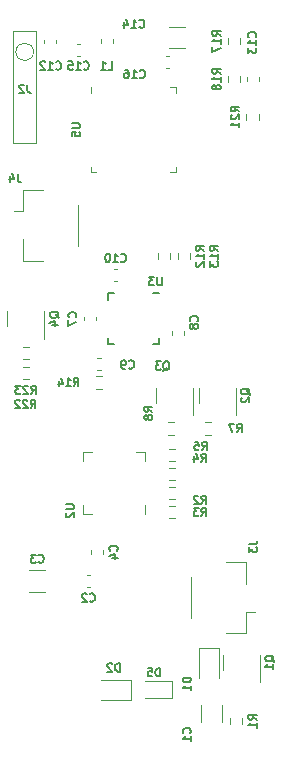
<source format=gbo>
%TF.GenerationSoftware,KiCad,Pcbnew,(6.0.5)*%
%TF.CreationDate,2022-11-21T17:11:25+07:00*%
%TF.ProjectId,Smart_P_ESP_3,536d6172-745f-4505-9f45-53505f332e6b,rev?*%
%TF.SameCoordinates,PX88da2e0PY8b54f20*%
%TF.FileFunction,Legend,Bot*%
%TF.FilePolarity,Positive*%
%FSLAX46Y46*%
G04 Gerber Fmt 4.6, Leading zero omitted, Abs format (unit mm)*
G04 Created by KiCad (PCBNEW (6.0.5)) date 2022-11-21 17:11:25*
%MOMM*%
%LPD*%
G01*
G04 APERTURE LIST*
%ADD10C,0.150000*%
%ADD11C,0.120000*%
G04 APERTURE END LIST*
D10*
%TO.C,R22*%
X2300000Y28533334D02*
X2533333Y28866667D01*
X2700000Y28533334D02*
X2700000Y29233334D01*
X2433333Y29233334D01*
X2366666Y29200000D01*
X2333333Y29166667D01*
X2300000Y29100000D01*
X2300000Y29000000D01*
X2333333Y28933334D01*
X2366666Y28900000D01*
X2433333Y28866667D01*
X2700000Y28866667D01*
X2033333Y29166667D02*
X2000000Y29200000D01*
X1933333Y29233334D01*
X1766666Y29233334D01*
X1700000Y29200000D01*
X1666666Y29166667D01*
X1633333Y29100000D01*
X1633333Y29033334D01*
X1666666Y28933334D01*
X2066666Y28533334D01*
X1633333Y28533334D01*
X1366666Y29166667D02*
X1333333Y29200000D01*
X1266666Y29233334D01*
X1100000Y29233334D01*
X1033333Y29200000D01*
X1000000Y29166667D01*
X966666Y29100000D01*
X966666Y29033334D01*
X1000000Y28933334D01*
X1400000Y28533334D01*
X966666Y28533334D01*
%TO.C,R21*%
X19966666Y53650000D02*
X19633333Y53883334D01*
X19966666Y54050000D02*
X19266666Y54050000D01*
X19266666Y53783334D01*
X19300000Y53716667D01*
X19333333Y53683334D01*
X19400000Y53650000D01*
X19500000Y53650000D01*
X19566666Y53683334D01*
X19600000Y53716667D01*
X19633333Y53783334D01*
X19633333Y54050000D01*
X19333333Y53383334D02*
X19300000Y53350000D01*
X19266666Y53283334D01*
X19266666Y53116667D01*
X19300000Y53050000D01*
X19333333Y53016667D01*
X19400000Y52983334D01*
X19466666Y52983334D01*
X19566666Y53016667D01*
X19966666Y53416667D01*
X19966666Y52983334D01*
X19966666Y52316667D02*
X19966666Y52716667D01*
X19966666Y52516667D02*
X19266666Y52516667D01*
X19366666Y52583334D01*
X19433333Y52650000D01*
X19466666Y52716667D01*
%TO.C,L1*%
X8866666Y57183334D02*
X9200000Y57183334D01*
X9200000Y57883334D01*
X8266666Y57183334D02*
X8666666Y57183334D01*
X8466666Y57183334D02*
X8466666Y57883334D01*
X8533333Y57783334D01*
X8600000Y57716667D01*
X8666666Y57683334D01*
%TO.C,C16*%
X11550000Y56550000D02*
X11583333Y56516667D01*
X11683333Y56483334D01*
X11750000Y56483334D01*
X11850000Y56516667D01*
X11916666Y56583334D01*
X11950000Y56650000D01*
X11983333Y56783334D01*
X11983333Y56883334D01*
X11950000Y57016667D01*
X11916666Y57083334D01*
X11850000Y57150000D01*
X11750000Y57183334D01*
X11683333Y57183334D01*
X11583333Y57150000D01*
X11550000Y57116667D01*
X10883333Y56483334D02*
X11283333Y56483334D01*
X11083333Y56483334D02*
X11083333Y57183334D01*
X11150000Y57083334D01*
X11216666Y57016667D01*
X11283333Y56983334D01*
X10283333Y57183334D02*
X10416666Y57183334D01*
X10483333Y57150000D01*
X10516666Y57116667D01*
X10583333Y57016667D01*
X10616666Y56883334D01*
X10616666Y56616667D01*
X10583333Y56550000D01*
X10550000Y56516667D01*
X10483333Y56483334D01*
X10350000Y56483334D01*
X10283333Y56516667D01*
X10250000Y56550000D01*
X10216666Y56616667D01*
X10216666Y56783334D01*
X10250000Y56850000D01*
X10283333Y56883334D01*
X10350000Y56916667D01*
X10483333Y56916667D01*
X10550000Y56883334D01*
X10583333Y56850000D01*
X10616666Y56783334D01*
%TO.C,R8*%
X12616666Y28216667D02*
X12283333Y28450000D01*
X12616666Y28616667D02*
X11916666Y28616667D01*
X11916666Y28350000D01*
X11950000Y28283334D01*
X11983333Y28250000D01*
X12050000Y28216667D01*
X12150000Y28216667D01*
X12216666Y28250000D01*
X12250000Y28283334D01*
X12283333Y28350000D01*
X12283333Y28616667D01*
X12216666Y27816667D02*
X12183333Y27883334D01*
X12150000Y27916667D01*
X12083333Y27950000D01*
X12050000Y27950000D01*
X11983333Y27916667D01*
X11950000Y27883334D01*
X11916666Y27816667D01*
X11916666Y27683334D01*
X11950000Y27616667D01*
X11983333Y27583334D01*
X12050000Y27550000D01*
X12083333Y27550000D01*
X12150000Y27583334D01*
X12183333Y27616667D01*
X12216666Y27683334D01*
X12216666Y27816667D01*
X12250000Y27883334D01*
X12283333Y27916667D01*
X12350000Y27950000D01*
X12483333Y27950000D01*
X12550000Y27916667D01*
X12583333Y27883334D01*
X12616666Y27816667D01*
X12616666Y27683334D01*
X12583333Y27616667D01*
X12550000Y27583334D01*
X12483333Y27550000D01*
X12350000Y27550000D01*
X12283333Y27583334D01*
X12250000Y27616667D01*
X12216666Y27683334D01*
%TO.C,R23*%
X2350000Y29733334D02*
X2583333Y30066667D01*
X2750000Y29733334D02*
X2750000Y30433334D01*
X2483333Y30433334D01*
X2416666Y30400000D01*
X2383333Y30366667D01*
X2350000Y30300000D01*
X2350000Y30200000D01*
X2383333Y30133334D01*
X2416666Y30100000D01*
X2483333Y30066667D01*
X2750000Y30066667D01*
X2083333Y30366667D02*
X2050000Y30400000D01*
X1983333Y30433334D01*
X1816666Y30433334D01*
X1750000Y30400000D01*
X1716666Y30366667D01*
X1683333Y30300000D01*
X1683333Y30233334D01*
X1716666Y30133334D01*
X2116666Y29733334D01*
X1683333Y29733334D01*
X1450000Y30433334D02*
X1016666Y30433334D01*
X1250000Y30166667D01*
X1150000Y30166667D01*
X1083333Y30133334D01*
X1050000Y30100000D01*
X1016666Y30033334D01*
X1016666Y29866667D01*
X1050000Y29800000D01*
X1083333Y29766667D01*
X1150000Y29733334D01*
X1350000Y29733334D01*
X1416666Y29766667D01*
X1450000Y29800000D01*
%TO.C,Q3*%
X13516666Y31716667D02*
X13583333Y31750000D01*
X13650000Y31816667D01*
X13750000Y31916667D01*
X13816666Y31950000D01*
X13883333Y31950000D01*
X13850000Y31783334D02*
X13916666Y31816667D01*
X13983333Y31883334D01*
X14016666Y32016667D01*
X14016666Y32250000D01*
X13983333Y32383334D01*
X13916666Y32450000D01*
X13850000Y32483334D01*
X13716666Y32483334D01*
X13650000Y32450000D01*
X13583333Y32383334D01*
X13550000Y32250000D01*
X13550000Y32016667D01*
X13583333Y31883334D01*
X13650000Y31816667D01*
X13716666Y31783334D01*
X13850000Y31783334D01*
X13316666Y32483334D02*
X12883333Y32483334D01*
X13116666Y32216667D01*
X13016666Y32216667D01*
X12950000Y32183334D01*
X12916666Y32150000D01*
X12883333Y32083334D01*
X12883333Y31916667D01*
X12916666Y31850000D01*
X12950000Y31816667D01*
X13016666Y31783334D01*
X13216666Y31783334D01*
X13283333Y31816667D01*
X13316666Y31850000D01*
%TO.C,C8*%
X16400000Y35916667D02*
X16433333Y35950000D01*
X16466666Y36050000D01*
X16466666Y36116667D01*
X16433333Y36216667D01*
X16366666Y36283334D01*
X16300000Y36316667D01*
X16166666Y36350000D01*
X16066666Y36350000D01*
X15933333Y36316667D01*
X15866666Y36283334D01*
X15800000Y36216667D01*
X15766666Y36116667D01*
X15766666Y36050000D01*
X15800000Y35950000D01*
X15833333Y35916667D01*
X16066666Y35516667D02*
X16033333Y35583334D01*
X16000000Y35616667D01*
X15933333Y35650000D01*
X15900000Y35650000D01*
X15833333Y35616667D01*
X15800000Y35583334D01*
X15766666Y35516667D01*
X15766666Y35383334D01*
X15800000Y35316667D01*
X15833333Y35283334D01*
X15900000Y35250000D01*
X15933333Y35250000D01*
X16000000Y35283334D01*
X16033333Y35316667D01*
X16066666Y35383334D01*
X16066666Y35516667D01*
X16100000Y35583334D01*
X16133333Y35616667D01*
X16200000Y35650000D01*
X16333333Y35650000D01*
X16400000Y35616667D01*
X16433333Y35583334D01*
X16466666Y35516667D01*
X16466666Y35383334D01*
X16433333Y35316667D01*
X16400000Y35283334D01*
X16333333Y35250000D01*
X16200000Y35250000D01*
X16133333Y35283334D01*
X16100000Y35316667D01*
X16066666Y35383334D01*
%TO.C,R7*%
X19766666Y26483334D02*
X20000000Y26816667D01*
X20166666Y26483334D02*
X20166666Y27183334D01*
X19900000Y27183334D01*
X19833333Y27150000D01*
X19800000Y27116667D01*
X19766666Y27050000D01*
X19766666Y26950000D01*
X19800000Y26883334D01*
X19833333Y26850000D01*
X19900000Y26816667D01*
X20166666Y26816667D01*
X19533333Y27183334D02*
X19066666Y27183334D01*
X19366666Y26483334D01*
%TO.C,C14*%
X11500000Y60800000D02*
X11533333Y60766667D01*
X11633333Y60733334D01*
X11700000Y60733334D01*
X11800000Y60766667D01*
X11866666Y60833334D01*
X11900000Y60900000D01*
X11933333Y61033334D01*
X11933333Y61133334D01*
X11900000Y61266667D01*
X11866666Y61333334D01*
X11800000Y61400000D01*
X11700000Y61433334D01*
X11633333Y61433334D01*
X11533333Y61400000D01*
X11500000Y61366667D01*
X10833333Y60733334D02*
X11233333Y60733334D01*
X11033333Y60733334D02*
X11033333Y61433334D01*
X11100000Y61333334D01*
X11166666Y61266667D01*
X11233333Y61233334D01*
X10233333Y61200000D02*
X10233333Y60733334D01*
X10400000Y61466667D02*
X10566666Y60966667D01*
X10133333Y60966667D01*
%TO.C,U2*%
X5266666Y20383334D02*
X5833333Y20383334D01*
X5900000Y20350000D01*
X5933333Y20316667D01*
X5966666Y20250000D01*
X5966666Y20116667D01*
X5933333Y20050000D01*
X5900000Y20016667D01*
X5833333Y19983334D01*
X5266666Y19983334D01*
X5333333Y19683334D02*
X5300000Y19650000D01*
X5266666Y19583334D01*
X5266666Y19416667D01*
X5300000Y19350000D01*
X5333333Y19316667D01*
X5400000Y19283334D01*
X5466666Y19283334D01*
X5566666Y19316667D01*
X5966666Y19716667D01*
X5966666Y19283334D01*
%TO.C,J2*%
X2033333Y55933334D02*
X2033333Y55433334D01*
X2066666Y55333334D01*
X2133333Y55266667D01*
X2233333Y55233334D01*
X2300000Y55233334D01*
X1733333Y55866667D02*
X1700000Y55900000D01*
X1633333Y55933334D01*
X1466666Y55933334D01*
X1400000Y55900000D01*
X1366666Y55866667D01*
X1333333Y55800000D01*
X1333333Y55733334D01*
X1366666Y55633334D01*
X1766666Y55233334D01*
X1333333Y55233334D01*
%TO.C,J4*%
X1233333Y48383334D02*
X1233333Y47883334D01*
X1266666Y47783334D01*
X1333333Y47716667D01*
X1433333Y47683334D01*
X1500000Y47683334D01*
X600000Y48150000D02*
X600000Y47683334D01*
X766666Y48416667D02*
X933333Y47916667D01*
X500000Y47916667D01*
%TO.C,C13*%
X21350000Y59950000D02*
X21383333Y59983334D01*
X21416666Y60083334D01*
X21416666Y60150000D01*
X21383333Y60250000D01*
X21316666Y60316667D01*
X21250000Y60350000D01*
X21116666Y60383334D01*
X21016666Y60383334D01*
X20883333Y60350000D01*
X20816666Y60316667D01*
X20750000Y60250000D01*
X20716666Y60150000D01*
X20716666Y60083334D01*
X20750000Y59983334D01*
X20783333Y59950000D01*
X21416666Y59283334D02*
X21416666Y59683334D01*
X21416666Y59483334D02*
X20716666Y59483334D01*
X20816666Y59550000D01*
X20883333Y59616667D01*
X20916666Y59683334D01*
X20716666Y59050000D02*
X20716666Y58616667D01*
X20983333Y58850000D01*
X20983333Y58750000D01*
X21016666Y58683334D01*
X21050000Y58650000D01*
X21116666Y58616667D01*
X21283333Y58616667D01*
X21350000Y58650000D01*
X21383333Y58683334D01*
X21416666Y58750000D01*
X21416666Y58950000D01*
X21383333Y59016667D01*
X21350000Y59050000D01*
%TO.C,C12*%
X4450000Y57250000D02*
X4483333Y57216667D01*
X4583333Y57183334D01*
X4650000Y57183334D01*
X4750000Y57216667D01*
X4816666Y57283334D01*
X4850000Y57350000D01*
X4883333Y57483334D01*
X4883333Y57583334D01*
X4850000Y57716667D01*
X4816666Y57783334D01*
X4750000Y57850000D01*
X4650000Y57883334D01*
X4583333Y57883334D01*
X4483333Y57850000D01*
X4450000Y57816667D01*
X3783333Y57183334D02*
X4183333Y57183334D01*
X3983333Y57183334D02*
X3983333Y57883334D01*
X4050000Y57783334D01*
X4116666Y57716667D01*
X4183333Y57683334D01*
X3516666Y57816667D02*
X3483333Y57850000D01*
X3416666Y57883334D01*
X3250000Y57883334D01*
X3183333Y57850000D01*
X3150000Y57816667D01*
X3116666Y57750000D01*
X3116666Y57683334D01*
X3150000Y57583334D01*
X3550000Y57183334D01*
X3116666Y57183334D01*
%TO.C,R18*%
X18386666Y56850000D02*
X18053333Y57083334D01*
X18386666Y57250000D02*
X17686666Y57250000D01*
X17686666Y56983334D01*
X17720000Y56916667D01*
X17753333Y56883334D01*
X17820000Y56850000D01*
X17920000Y56850000D01*
X17986666Y56883334D01*
X18020000Y56916667D01*
X18053333Y56983334D01*
X18053333Y57250000D01*
X18386666Y56183334D02*
X18386666Y56583334D01*
X18386666Y56383334D02*
X17686666Y56383334D01*
X17786666Y56450000D01*
X17853333Y56516667D01*
X17886666Y56583334D01*
X17986666Y55783334D02*
X17953333Y55850000D01*
X17920000Y55883334D01*
X17853333Y55916667D01*
X17820000Y55916667D01*
X17753333Y55883334D01*
X17720000Y55850000D01*
X17686666Y55783334D01*
X17686666Y55650000D01*
X17720000Y55583334D01*
X17753333Y55550000D01*
X17820000Y55516667D01*
X17853333Y55516667D01*
X17920000Y55550000D01*
X17953333Y55583334D01*
X17986666Y55650000D01*
X17986666Y55783334D01*
X18020000Y55850000D01*
X18053333Y55883334D01*
X18120000Y55916667D01*
X18253333Y55916667D01*
X18320000Y55883334D01*
X18353333Y55850000D01*
X18386666Y55783334D01*
X18386666Y55650000D01*
X18353333Y55583334D01*
X18320000Y55550000D01*
X18253333Y55516667D01*
X18120000Y55516667D01*
X18053333Y55550000D01*
X18020000Y55583334D01*
X17986666Y55650000D01*
%TO.C,C10*%
X9950000Y40980000D02*
X9983333Y40946667D01*
X10083333Y40913334D01*
X10150000Y40913334D01*
X10250000Y40946667D01*
X10316666Y41013334D01*
X10350000Y41080000D01*
X10383333Y41213334D01*
X10383333Y41313334D01*
X10350000Y41446667D01*
X10316666Y41513334D01*
X10250000Y41580000D01*
X10150000Y41613334D01*
X10083333Y41613334D01*
X9983333Y41580000D01*
X9950000Y41546667D01*
X9283333Y40913334D02*
X9683333Y40913334D01*
X9483333Y40913334D02*
X9483333Y41613334D01*
X9550000Y41513334D01*
X9616666Y41446667D01*
X9683333Y41413334D01*
X8850000Y41613334D02*
X8783333Y41613334D01*
X8716666Y41580000D01*
X8683333Y41546667D01*
X8650000Y41480000D01*
X8616666Y41346667D01*
X8616666Y41180000D01*
X8650000Y41046667D01*
X8683333Y40980000D01*
X8716666Y40946667D01*
X8783333Y40913334D01*
X8850000Y40913334D01*
X8916666Y40946667D01*
X8950000Y40980000D01*
X8983333Y41046667D01*
X9016666Y41180000D01*
X9016666Y41346667D01*
X8983333Y41480000D01*
X8950000Y41546667D01*
X8916666Y41580000D01*
X8850000Y41613334D01*
%TO.C,C2*%
X7316666Y12220000D02*
X7350000Y12186667D01*
X7450000Y12153334D01*
X7516666Y12153334D01*
X7616666Y12186667D01*
X7683333Y12253334D01*
X7716666Y12320000D01*
X7750000Y12453334D01*
X7750000Y12553334D01*
X7716666Y12686667D01*
X7683333Y12753334D01*
X7616666Y12820000D01*
X7516666Y12853334D01*
X7450000Y12853334D01*
X7350000Y12820000D01*
X7316666Y12786667D01*
X7050000Y12786667D02*
X7016666Y12820000D01*
X6950000Y12853334D01*
X6783333Y12853334D01*
X6716666Y12820000D01*
X6683333Y12786667D01*
X6650000Y12720000D01*
X6650000Y12653334D01*
X6683333Y12553334D01*
X7083333Y12153334D01*
X6650000Y12153334D01*
%TO.C,Q4*%
X4683333Y36166667D02*
X4650000Y36233334D01*
X4583333Y36300000D01*
X4483333Y36400000D01*
X4450000Y36466667D01*
X4450000Y36533334D01*
X4616666Y36500000D02*
X4583333Y36566667D01*
X4516666Y36633334D01*
X4383333Y36666667D01*
X4150000Y36666667D01*
X4016666Y36633334D01*
X3950000Y36566667D01*
X3916666Y36500000D01*
X3916666Y36366667D01*
X3950000Y36300000D01*
X4016666Y36233334D01*
X4150000Y36200000D01*
X4383333Y36200000D01*
X4516666Y36233334D01*
X4583333Y36300000D01*
X4616666Y36366667D01*
X4616666Y36500000D01*
X4150000Y35600000D02*
X4616666Y35600000D01*
X3883333Y35766667D02*
X4383333Y35933334D01*
X4383333Y35500000D01*
%TO.C,C9*%
X10616666Y31950000D02*
X10650000Y31916667D01*
X10750000Y31883334D01*
X10816666Y31883334D01*
X10916666Y31916667D01*
X10983333Y31983334D01*
X11016666Y32050000D01*
X11050000Y32183334D01*
X11050000Y32283334D01*
X11016666Y32416667D01*
X10983333Y32483334D01*
X10916666Y32550000D01*
X10816666Y32583334D01*
X10750000Y32583334D01*
X10650000Y32550000D01*
X10616666Y32516667D01*
X10283333Y31883334D02*
X10150000Y31883334D01*
X10083333Y31916667D01*
X10050000Y31950000D01*
X9983333Y32050000D01*
X9950000Y32183334D01*
X9950000Y32450000D01*
X9983333Y32516667D01*
X10016666Y32550000D01*
X10083333Y32583334D01*
X10216666Y32583334D01*
X10283333Y32550000D01*
X10316666Y32516667D01*
X10350000Y32450000D01*
X10350000Y32283334D01*
X10316666Y32216667D01*
X10283333Y32183334D01*
X10216666Y32150000D01*
X10083333Y32150000D01*
X10016666Y32183334D01*
X9983333Y32216667D01*
X9950000Y32283334D01*
%TO.C,C4*%
X9600000Y16466667D02*
X9633333Y16500000D01*
X9666666Y16600000D01*
X9666666Y16666667D01*
X9633333Y16766667D01*
X9566666Y16833334D01*
X9500000Y16866667D01*
X9366666Y16900000D01*
X9266666Y16900000D01*
X9133333Y16866667D01*
X9066666Y16833334D01*
X9000000Y16766667D01*
X8966666Y16666667D01*
X8966666Y16600000D01*
X9000000Y16500000D01*
X9033333Y16466667D01*
X9200000Y15866667D02*
X9666666Y15866667D01*
X8933333Y16033334D02*
X9433333Y16200000D01*
X9433333Y15766667D01*
%TO.C,C15*%
X6800000Y57250000D02*
X6833333Y57216667D01*
X6933333Y57183334D01*
X7000000Y57183334D01*
X7100000Y57216667D01*
X7166666Y57283334D01*
X7200000Y57350000D01*
X7233333Y57483334D01*
X7233333Y57583334D01*
X7200000Y57716667D01*
X7166666Y57783334D01*
X7100000Y57850000D01*
X7000000Y57883334D01*
X6933333Y57883334D01*
X6833333Y57850000D01*
X6800000Y57816667D01*
X6133333Y57183334D02*
X6533333Y57183334D01*
X6333333Y57183334D02*
X6333333Y57883334D01*
X6400000Y57783334D01*
X6466666Y57716667D01*
X6533333Y57683334D01*
X5500000Y57883334D02*
X5833333Y57883334D01*
X5866666Y57550000D01*
X5833333Y57583334D01*
X5766666Y57616667D01*
X5600000Y57616667D01*
X5533333Y57583334D01*
X5500000Y57550000D01*
X5466666Y57483334D01*
X5466666Y57316667D01*
X5500000Y57250000D01*
X5533333Y57216667D01*
X5600000Y57183334D01*
X5766666Y57183334D01*
X5833333Y57216667D01*
X5866666Y57250000D01*
%TO.C,U5*%
X5796666Y52633334D02*
X6363333Y52633334D01*
X6430000Y52600000D01*
X6463333Y52566667D01*
X6496666Y52500000D01*
X6496666Y52366667D01*
X6463333Y52300000D01*
X6430000Y52266667D01*
X6363333Y52233334D01*
X5796666Y52233334D01*
X5796666Y51566667D02*
X5796666Y51900000D01*
X6130000Y51933334D01*
X6096666Y51900000D01*
X6063333Y51833334D01*
X6063333Y51666667D01*
X6096666Y51600000D01*
X6130000Y51566667D01*
X6196666Y51533334D01*
X6363333Y51533334D01*
X6430000Y51566667D01*
X6463333Y51600000D01*
X6496666Y51666667D01*
X6496666Y51833334D01*
X6463333Y51900000D01*
X6430000Y51933334D01*
%TO.C,J3*%
X20766666Y17033334D02*
X21266666Y17033334D01*
X21366666Y17066667D01*
X21433333Y17133334D01*
X21466666Y17233334D01*
X21466666Y17300000D01*
X20766666Y16766667D02*
X20766666Y16333334D01*
X21033333Y16566667D01*
X21033333Y16466667D01*
X21066666Y16400000D01*
X21100000Y16366667D01*
X21166666Y16333334D01*
X21333333Y16333334D01*
X21400000Y16366667D01*
X21433333Y16400000D01*
X21466666Y16466667D01*
X21466666Y16666667D01*
X21433333Y16733334D01*
X21400000Y16766667D01*
%TO.C,R5*%
X16816666Y24983334D02*
X17050000Y25316667D01*
X17216666Y24983334D02*
X17216666Y25683334D01*
X16950000Y25683334D01*
X16883333Y25650000D01*
X16850000Y25616667D01*
X16816666Y25550000D01*
X16816666Y25450000D01*
X16850000Y25383334D01*
X16883333Y25350000D01*
X16950000Y25316667D01*
X17216666Y25316667D01*
X16183333Y25683334D02*
X16516666Y25683334D01*
X16550000Y25350000D01*
X16516666Y25383334D01*
X16450000Y25416667D01*
X16283333Y25416667D01*
X16216666Y25383334D01*
X16183333Y25350000D01*
X16150000Y25283334D01*
X16150000Y25116667D01*
X16183333Y25050000D01*
X16216666Y25016667D01*
X16283333Y24983334D01*
X16450000Y24983334D01*
X16516666Y25016667D01*
X16550000Y25050000D01*
%TO.C,R13*%
X18166666Y41850000D02*
X17833333Y42083334D01*
X18166666Y42250000D02*
X17466666Y42250000D01*
X17466666Y41983334D01*
X17500000Y41916667D01*
X17533333Y41883334D01*
X17600000Y41850000D01*
X17700000Y41850000D01*
X17766666Y41883334D01*
X17800000Y41916667D01*
X17833333Y41983334D01*
X17833333Y42250000D01*
X18166666Y41183334D02*
X18166666Y41583334D01*
X18166666Y41383334D02*
X17466666Y41383334D01*
X17566666Y41450000D01*
X17633333Y41516667D01*
X17666666Y41583334D01*
X17466666Y40950000D02*
X17466666Y40516667D01*
X17733333Y40750000D01*
X17733333Y40650000D01*
X17766666Y40583334D01*
X17800000Y40550000D01*
X17866666Y40516667D01*
X18033333Y40516667D01*
X18100000Y40550000D01*
X18133333Y40583334D01*
X18166666Y40650000D01*
X18166666Y40850000D01*
X18133333Y40916667D01*
X18100000Y40950000D01*
%TO.C,Q1*%
X22933333Y7066667D02*
X22900000Y7133334D01*
X22833333Y7200000D01*
X22733333Y7300000D01*
X22700000Y7366667D01*
X22700000Y7433334D01*
X22866666Y7400000D02*
X22833333Y7466667D01*
X22766666Y7533334D01*
X22633333Y7566667D01*
X22400000Y7566667D01*
X22266666Y7533334D01*
X22200000Y7466667D01*
X22166666Y7400000D01*
X22166666Y7266667D01*
X22200000Y7200000D01*
X22266666Y7133334D01*
X22400000Y7100000D01*
X22633333Y7100000D01*
X22766666Y7133334D01*
X22833333Y7200000D01*
X22866666Y7266667D01*
X22866666Y7400000D01*
X22866666Y6433334D02*
X22866666Y6833334D01*
X22866666Y6633334D02*
X22166666Y6633334D01*
X22266666Y6700000D01*
X22333333Y6766667D01*
X22366666Y6833334D01*
%TO.C,R17*%
X18386666Y60050000D02*
X18053333Y60283334D01*
X18386666Y60450000D02*
X17686666Y60450000D01*
X17686666Y60183334D01*
X17720000Y60116667D01*
X17753333Y60083334D01*
X17820000Y60050000D01*
X17920000Y60050000D01*
X17986666Y60083334D01*
X18020000Y60116667D01*
X18053333Y60183334D01*
X18053333Y60450000D01*
X18386666Y59383334D02*
X18386666Y59783334D01*
X18386666Y59583334D02*
X17686666Y59583334D01*
X17786666Y59650000D01*
X17853333Y59716667D01*
X17886666Y59783334D01*
X17686666Y59150000D02*
X17686666Y58683334D01*
X18386666Y58983334D01*
%TO.C,C7*%
X6120000Y36216667D02*
X6153333Y36250000D01*
X6186666Y36350000D01*
X6186666Y36416667D01*
X6153333Y36516667D01*
X6086666Y36583334D01*
X6020000Y36616667D01*
X5886666Y36650000D01*
X5786666Y36650000D01*
X5653333Y36616667D01*
X5586666Y36583334D01*
X5520000Y36516667D01*
X5486666Y36416667D01*
X5486666Y36350000D01*
X5520000Y36250000D01*
X5553333Y36216667D01*
X5486666Y35983334D02*
X5486666Y35516667D01*
X6186666Y35816667D01*
%TO.C,R2*%
X16766666Y20433334D02*
X17000000Y20766667D01*
X17166666Y20433334D02*
X17166666Y21133334D01*
X16900000Y21133334D01*
X16833333Y21100000D01*
X16800000Y21066667D01*
X16766666Y21000000D01*
X16766666Y20900000D01*
X16800000Y20833334D01*
X16833333Y20800000D01*
X16900000Y20766667D01*
X17166666Y20766667D01*
X16500000Y21066667D02*
X16466666Y21100000D01*
X16400000Y21133334D01*
X16233333Y21133334D01*
X16166666Y21100000D01*
X16133333Y21066667D01*
X16100000Y21000000D01*
X16100000Y20933334D01*
X16133333Y20833334D01*
X16533333Y20433334D01*
X16100000Y20433334D01*
%TO.C,Q2*%
X20883333Y29666667D02*
X20850000Y29733334D01*
X20783333Y29800000D01*
X20683333Y29900000D01*
X20650000Y29966667D01*
X20650000Y30033334D01*
X20816666Y30000000D02*
X20783333Y30066667D01*
X20716666Y30133334D01*
X20583333Y30166667D01*
X20350000Y30166667D01*
X20216666Y30133334D01*
X20150000Y30066667D01*
X20116666Y30000000D01*
X20116666Y29866667D01*
X20150000Y29800000D01*
X20216666Y29733334D01*
X20350000Y29700000D01*
X20583333Y29700000D01*
X20716666Y29733334D01*
X20783333Y29800000D01*
X20816666Y29866667D01*
X20816666Y30000000D01*
X20183333Y29433334D02*
X20150000Y29400000D01*
X20116666Y29333334D01*
X20116666Y29166667D01*
X20150000Y29100000D01*
X20183333Y29066667D01*
X20250000Y29033334D01*
X20316666Y29033334D01*
X20416666Y29066667D01*
X20816666Y29466667D01*
X20816666Y29033334D01*
%TO.C,R4*%
X16766666Y23983334D02*
X17000000Y24316667D01*
X17166666Y23983334D02*
X17166666Y24683334D01*
X16900000Y24683334D01*
X16833333Y24650000D01*
X16800000Y24616667D01*
X16766666Y24550000D01*
X16766666Y24450000D01*
X16800000Y24383334D01*
X16833333Y24350000D01*
X16900000Y24316667D01*
X17166666Y24316667D01*
X16166666Y24450000D02*
X16166666Y23983334D01*
X16333333Y24716667D02*
X16500000Y24216667D01*
X16066666Y24216667D01*
%TO.C,R12*%
X16966666Y41850000D02*
X16633333Y42083334D01*
X16966666Y42250000D02*
X16266666Y42250000D01*
X16266666Y41983334D01*
X16300000Y41916667D01*
X16333333Y41883334D01*
X16400000Y41850000D01*
X16500000Y41850000D01*
X16566666Y41883334D01*
X16600000Y41916667D01*
X16633333Y41983334D01*
X16633333Y42250000D01*
X16966666Y41183334D02*
X16966666Y41583334D01*
X16966666Y41383334D02*
X16266666Y41383334D01*
X16366666Y41450000D01*
X16433333Y41516667D01*
X16466666Y41583334D01*
X16333333Y40916667D02*
X16300000Y40883334D01*
X16266666Y40816667D01*
X16266666Y40650000D01*
X16300000Y40583334D01*
X16333333Y40550000D01*
X16400000Y40516667D01*
X16466666Y40516667D01*
X16566666Y40550000D01*
X16966666Y40950000D01*
X16966666Y40516667D01*
%TO.C,R3*%
X16766666Y19383334D02*
X17000000Y19716667D01*
X17166666Y19383334D02*
X17166666Y20083334D01*
X16900000Y20083334D01*
X16833333Y20050000D01*
X16800000Y20016667D01*
X16766666Y19950000D01*
X16766666Y19850000D01*
X16800000Y19783334D01*
X16833333Y19750000D01*
X16900000Y19716667D01*
X17166666Y19716667D01*
X16533333Y20083334D02*
X16100000Y20083334D01*
X16333333Y19816667D01*
X16233333Y19816667D01*
X16166666Y19783334D01*
X16133333Y19750000D01*
X16100000Y19683334D01*
X16100000Y19516667D01*
X16133333Y19450000D01*
X16166666Y19416667D01*
X16233333Y19383334D01*
X16433333Y19383334D01*
X16500000Y19416667D01*
X16533333Y19450000D01*
%TO.C,C1*%
X15800000Y1016667D02*
X15833333Y1050000D01*
X15866666Y1150000D01*
X15866666Y1216667D01*
X15833333Y1316667D01*
X15766666Y1383334D01*
X15700000Y1416667D01*
X15566666Y1450000D01*
X15466666Y1450000D01*
X15333333Y1416667D01*
X15266666Y1383334D01*
X15200000Y1316667D01*
X15166666Y1216667D01*
X15166666Y1150000D01*
X15200000Y1050000D01*
X15233333Y1016667D01*
X15866666Y350000D02*
X15866666Y750000D01*
X15866666Y550000D02*
X15166666Y550000D01*
X15266666Y616667D01*
X15333333Y683334D01*
X15366666Y750000D01*
%TO.C,D1*%
X15866666Y5716667D02*
X15166666Y5716667D01*
X15166666Y5550000D01*
X15200000Y5450000D01*
X15266666Y5383334D01*
X15333333Y5350000D01*
X15466666Y5316667D01*
X15566666Y5316667D01*
X15700000Y5350000D01*
X15766666Y5383334D01*
X15833333Y5450000D01*
X15866666Y5550000D01*
X15866666Y5716667D01*
X15866666Y4650000D02*
X15866666Y5050000D01*
X15866666Y4850000D02*
X15166666Y4850000D01*
X15266666Y4916667D01*
X15333333Y4983334D01*
X15366666Y5050000D01*
%TO.C,R1*%
X21446666Y2141667D02*
X21113333Y2375000D01*
X21446666Y2541667D02*
X20746666Y2541667D01*
X20746666Y2275000D01*
X20780000Y2208334D01*
X20813333Y2175000D01*
X20880000Y2141667D01*
X20980000Y2141667D01*
X21046666Y2175000D01*
X21080000Y2208334D01*
X21113333Y2275000D01*
X21113333Y2541667D01*
X21446666Y1475000D02*
X21446666Y1875000D01*
X21446666Y1675000D02*
X20746666Y1675000D01*
X20846666Y1741667D01*
X20913333Y1808334D01*
X20946666Y1875000D01*
%TO.C,D2*%
X9854166Y6233334D02*
X9854166Y6933334D01*
X9687500Y6933334D01*
X9587500Y6900000D01*
X9520833Y6833334D01*
X9487500Y6766667D01*
X9454166Y6633334D01*
X9454166Y6533334D01*
X9487500Y6400000D01*
X9520833Y6333334D01*
X9587500Y6266667D01*
X9687500Y6233334D01*
X9854166Y6233334D01*
X9187500Y6866667D02*
X9154166Y6900000D01*
X9087500Y6933334D01*
X8920833Y6933334D01*
X8854166Y6900000D01*
X8820833Y6866667D01*
X8787500Y6800000D01*
X8787500Y6733334D01*
X8820833Y6633334D01*
X9220833Y6233334D01*
X8787500Y6233334D01*
%TO.C,D5*%
X13266666Y5813334D02*
X13266666Y6513334D01*
X13100000Y6513334D01*
X13000000Y6480000D01*
X12933333Y6413334D01*
X12900000Y6346667D01*
X12866666Y6213334D01*
X12866666Y6113334D01*
X12900000Y5980000D01*
X12933333Y5913334D01*
X13000000Y5846667D01*
X13100000Y5813334D01*
X13266666Y5813334D01*
X12233333Y6513334D02*
X12566666Y6513334D01*
X12600000Y6180000D01*
X12566666Y6213334D01*
X12500000Y6246667D01*
X12333333Y6246667D01*
X12266666Y6213334D01*
X12233333Y6180000D01*
X12200000Y6113334D01*
X12200000Y5946667D01*
X12233333Y5880000D01*
X12266666Y5846667D01*
X12333333Y5813334D01*
X12500000Y5813334D01*
X12566666Y5846667D01*
X12600000Y5880000D01*
%TO.C,R14*%
X5950000Y30383334D02*
X6183333Y30716667D01*
X6350000Y30383334D02*
X6350000Y31083334D01*
X6083333Y31083334D01*
X6016666Y31050000D01*
X5983333Y31016667D01*
X5950000Y30950000D01*
X5950000Y30850000D01*
X5983333Y30783334D01*
X6016666Y30750000D01*
X6083333Y30716667D01*
X6350000Y30716667D01*
X5283333Y30383334D02*
X5683333Y30383334D01*
X5483333Y30383334D02*
X5483333Y31083334D01*
X5550000Y30983334D01*
X5616666Y30916667D01*
X5683333Y30883334D01*
X4683333Y30850000D02*
X4683333Y30383334D01*
X4850000Y31116667D02*
X5016666Y30616667D01*
X4583333Y30616667D01*
%TO.C,U3*%
X13433333Y39633334D02*
X13433333Y39066667D01*
X13400000Y39000000D01*
X13366666Y38966667D01*
X13300000Y38933334D01*
X13166666Y38933334D01*
X13100000Y38966667D01*
X13066666Y39000000D01*
X13033333Y39066667D01*
X13033333Y39633334D01*
X12766666Y39633334D02*
X12333333Y39633334D01*
X12566666Y39366667D01*
X12466666Y39366667D01*
X12400000Y39333334D01*
X12366666Y39300000D01*
X12333333Y39233334D01*
X12333333Y39066667D01*
X12366666Y39000000D01*
X12400000Y38966667D01*
X12466666Y38933334D01*
X12666666Y38933334D01*
X12733333Y38966667D01*
X12766666Y39000000D01*
%TO.C,C3*%
X2966666Y15500000D02*
X3000000Y15466667D01*
X3100000Y15433334D01*
X3166666Y15433334D01*
X3266666Y15466667D01*
X3333333Y15533334D01*
X3366666Y15600000D01*
X3400000Y15733334D01*
X3400000Y15833334D01*
X3366666Y15966667D01*
X3333333Y16033334D01*
X3266666Y16100000D01*
X3166666Y16133334D01*
X3100000Y16133334D01*
X3000000Y16100000D01*
X2966666Y16066667D01*
X2733333Y16133334D02*
X2300000Y16133334D01*
X2533333Y15866667D01*
X2433333Y15866667D01*
X2366666Y15833334D01*
X2333333Y15800000D01*
X2300000Y15733334D01*
X2300000Y15566667D01*
X2333333Y15500000D01*
X2366666Y15466667D01*
X2433333Y15433334D01*
X2633333Y15433334D01*
X2700000Y15466667D01*
X2733333Y15500000D01*
D11*
%TO.C,R22*%
X1662742Y30977500D02*
X2137258Y30977500D01*
X1662742Y32022500D02*
X2137258Y32022500D01*
%TO.C,R21*%
X21622500Y52962742D02*
X21622500Y53437258D01*
X20577500Y52962742D02*
X20577500Y53437258D01*
%TO.C,L1*%
X8240000Y59800279D02*
X8240000Y59474721D01*
X9260000Y59800279D02*
X9260000Y59474721D01*
%TO.C,C16*%
X13759420Y57290000D02*
X14040580Y57290000D01*
X13759420Y58310000D02*
X14040580Y58310000D01*
%TO.C,R8*%
X14437258Y27322500D02*
X13962742Y27322500D01*
X14437258Y26277500D02*
X13962742Y26277500D01*
%TO.C,R23*%
X2137258Y33722500D02*
X1662742Y33722500D01*
X2137258Y32677500D02*
X1662742Y32677500D01*
%TO.C,Q3*%
X12940000Y29600000D02*
X12940000Y30250000D01*
X16060000Y29600000D02*
X16060000Y30250000D01*
X12940000Y29600000D02*
X12940000Y28950000D01*
X16060000Y29600000D02*
X16060000Y27925000D01*
%TO.C,C8*%
X14290000Y34759420D02*
X14290000Y35040580D01*
X15310000Y34759420D02*
X15310000Y35040580D01*
%TO.C,R7*%
X17062742Y27322500D02*
X17537258Y27322500D01*
X17062742Y26277500D02*
X17537258Y26277500D01*
%TO.C,C14*%
X13988748Y60810000D02*
X15411252Y60810000D01*
X13988748Y58990000D02*
X15411252Y58990000D01*
%TO.C,U2*%
X6740000Y19590000D02*
X7465000Y19590000D01*
X6740000Y20315000D02*
X6740000Y19590000D01*
X6740000Y24810000D02*
X7465000Y24810000D01*
X11960000Y24810000D02*
X11235000Y24810000D01*
X6740000Y24085000D02*
X6740000Y24810000D01*
X11960000Y24085000D02*
X11960000Y24810000D01*
X11960000Y20315000D02*
X11960000Y19590000D01*
%TO.C,J2*%
X2800000Y60450000D02*
X2800000Y50950000D01*
X2800000Y50950000D02*
X800000Y50950000D01*
X800000Y50950000D02*
X800000Y60450000D01*
X800000Y60450000D02*
X2800000Y60450000D01*
X2550000Y58700000D02*
G75*
G03*
X2550000Y58700000I-750000J0D01*
G01*
%TO.C,J4*%
X3340000Y47035000D02*
X1690000Y47035000D01*
X1690000Y47035000D02*
X1690000Y45185000D01*
X1690000Y40965000D02*
X1690000Y42815000D01*
X3340000Y40965000D02*
X1690000Y40965000D01*
X1690000Y45185000D02*
X900000Y45185000D01*
X6310000Y45715000D02*
X6310000Y42285000D01*
%TO.C,C13*%
X21610000Y56259420D02*
X21610000Y56540580D01*
X20590000Y56259420D02*
X20590000Y56540580D01*
%TO.C,C12*%
X4460000Y59459420D02*
X4460000Y59740580D01*
X3440000Y59459420D02*
X3440000Y59740580D01*
%TO.C,R18*%
X20022500Y56637258D02*
X20022500Y56162742D01*
X18977500Y56637258D02*
X18977500Y56162742D01*
%TO.C,C10*%
X9640580Y39290000D02*
X9359420Y39290000D01*
X9640580Y40310000D02*
X9359420Y40310000D01*
%TO.C,C2*%
X7059420Y14410000D02*
X7340580Y14410000D01*
X7059420Y13390000D02*
X7340580Y13390000D01*
%TO.C,Q4*%
X3460000Y36100000D02*
X3460000Y34425000D01*
X340000Y36100000D02*
X340000Y36750000D01*
X3460000Y36100000D02*
X3460000Y36750000D01*
X340000Y36100000D02*
X340000Y35450000D01*
%TO.C,C9*%
X8240580Y31790000D02*
X7959420Y31790000D01*
X8240580Y32810000D02*
X7959420Y32810000D01*
%TO.C,C4*%
X8460000Y16490580D02*
X8460000Y16209420D01*
X7440000Y16490580D02*
X7440000Y16209420D01*
%TO.C,C15*%
X6209420Y59360000D02*
X6490580Y59360000D01*
X6209420Y58340000D02*
X6490580Y58340000D01*
%TO.C,U5*%
X7390000Y55235000D02*
X7390000Y55710000D01*
X7390000Y48490000D02*
X7865000Y48490000D01*
X14610000Y48490000D02*
X14135000Y48490000D01*
X7390000Y48965000D02*
X7390000Y48490000D01*
X14610000Y55710000D02*
X14135000Y55710000D01*
X14610000Y55235000D02*
X14610000Y55710000D01*
X14610000Y48965000D02*
X14610000Y48490000D01*
%TO.C,J3*%
X18860000Y15535000D02*
X20510000Y15535000D01*
X18860000Y9465000D02*
X20510000Y9465000D01*
X20510000Y9465000D02*
X20510000Y11315000D01*
X15890000Y10785000D02*
X15890000Y14215000D01*
X20510000Y15535000D02*
X20510000Y13685000D01*
X20510000Y11315000D02*
X21300000Y11315000D01*
%TO.C,R5*%
X14487258Y25072500D02*
X14012742Y25072500D01*
X14487258Y24027500D02*
X14012742Y24027500D01*
%TO.C,R13*%
X15822500Y41637258D02*
X15822500Y41162742D01*
X14777500Y41637258D02*
X14777500Y41162742D01*
%TO.C,Q1*%
X21710000Y7000000D02*
X21710000Y7650000D01*
X18590000Y7000000D02*
X18590000Y6350000D01*
X18590000Y7000000D02*
X18590000Y7650000D01*
X21710000Y7000000D02*
X21710000Y5325000D01*
%TO.C,R17*%
X20022500Y59837258D02*
X20022500Y59362742D01*
X18977500Y59837258D02*
X18977500Y59362742D01*
%TO.C,C7*%
X7810000Y36240580D02*
X7810000Y35959420D01*
X6790000Y36240580D02*
X6790000Y35959420D01*
%TO.C,R2*%
X14487258Y20827500D02*
X14012742Y20827500D01*
X14487258Y21872500D02*
X14012742Y21872500D01*
%TO.C,Q2*%
X16540000Y29600000D02*
X16540000Y30250000D01*
X19660000Y29600000D02*
X19660000Y30250000D01*
X19660000Y29600000D02*
X19660000Y27925000D01*
X16540000Y29600000D02*
X16540000Y28950000D01*
%TO.C,R4*%
X14487258Y22427500D02*
X14012742Y22427500D01*
X14487258Y23472500D02*
X14012742Y23472500D01*
%TO.C,R12*%
X13077500Y41637258D02*
X13077500Y41162742D01*
X14122500Y41637258D02*
X14122500Y41162742D01*
%TO.C,R3*%
X14487258Y19227500D02*
X14012742Y19227500D01*
X14487258Y20272500D02*
X14012742Y20272500D01*
%TO.C,C1*%
X18510000Y1988748D02*
X18510000Y3411252D01*
X16690000Y1988748D02*
X16690000Y3411252D01*
%TO.C,D1*%
X16550000Y8200000D02*
X18250000Y8200000D01*
X16550000Y8200000D02*
X16550000Y5650000D01*
X18250000Y8200000D02*
X18250000Y5650000D01*
%TO.C,R1*%
X20222500Y1787742D02*
X20222500Y2262258D01*
X19177500Y1787742D02*
X19177500Y2262258D01*
%TO.C,D2*%
X10837500Y5550000D02*
X8287500Y5550000D01*
X10837500Y5550000D02*
X10837500Y3850000D01*
X10837500Y3850000D02*
X8287500Y3850000D01*
%TO.C,D5*%
X14235000Y5435000D02*
X14235000Y3965000D01*
X11950000Y5435000D02*
X14235000Y5435000D01*
X14235000Y3965000D02*
X11950000Y3965000D01*
%TO.C,R14*%
X8337258Y30177500D02*
X7862742Y30177500D01*
X8337258Y31222500D02*
X7862742Y31222500D01*
D10*
%TO.C,U3*%
X13150000Y38250000D02*
X12625000Y38250000D01*
X8850000Y38250000D02*
X9375000Y38250000D01*
X8850000Y38250000D02*
X8850000Y37725000D01*
X13150000Y33950000D02*
X12625000Y33950000D01*
X8850000Y33950000D02*
X9375000Y33950000D01*
X8850000Y33950000D02*
X8850000Y34475000D01*
X13150000Y33950000D02*
X13150000Y34475000D01*
D11*
%TO.C,C3*%
X3561252Y12990000D02*
X2138748Y12990000D01*
X3561252Y14810000D02*
X2138748Y14810000D01*
%TD*%
M02*

</source>
